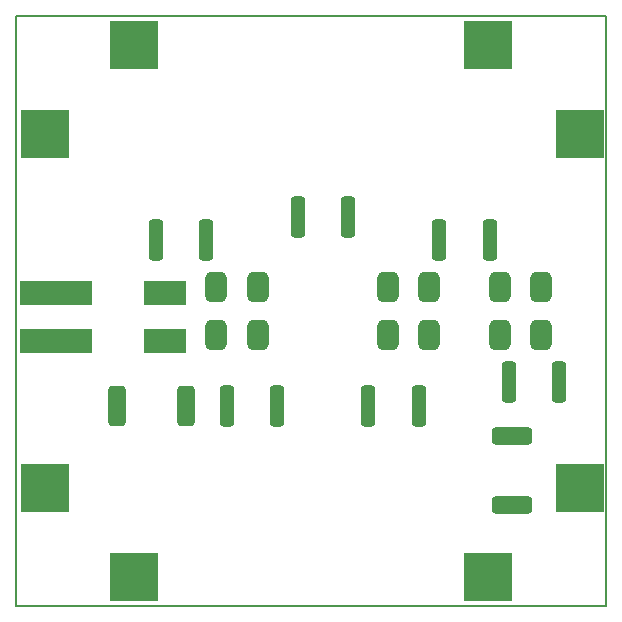
<source format=gbs>
G04 #@! TF.GenerationSoftware,KiCad,Pcbnew,6.0.0-d3dd2cf0fa~116~ubuntu20.04.1*
G04 #@! TF.CreationDate,2022-01-09T22:46:25+01:00*
G04 #@! TF.ProjectId,Statikplatte,53746174-696b-4706-9c61-7474652e6b69,rev?*
G04 #@! TF.SameCoordinates,Original*
G04 #@! TF.FileFunction,Soldermask,Bot*
G04 #@! TF.FilePolarity,Negative*
%FSLAX46Y46*%
G04 Gerber Fmt 4.6, Leading zero omitted, Abs format (unit mm)*
G04 Created by KiCad (PCBNEW 6.0.0-d3dd2cf0fa~116~ubuntu20.04.1) date 2022-01-09 22:46:25*
%MOMM*%
%LPD*%
G01*
G04 APERTURE LIST*
G04 Aperture macros list*
%AMRoundRect*
0 Rectangle with rounded corners*
0 $1 Rounding radius*
0 $2 $3 $4 $5 $6 $7 $8 $9 X,Y pos of 4 corners*
0 Add a 4 corners polygon primitive as box body*
4,1,4,$2,$3,$4,$5,$6,$7,$8,$9,$2,$3,0*
0 Add four circle primitives for the rounded corners*
1,1,$1+$1,$2,$3*
1,1,$1+$1,$4,$5*
1,1,$1+$1,$6,$7*
1,1,$1+$1,$8,$9*
0 Add four rect primitives between the rounded corners*
20,1,$1+$1,$2,$3,$4,$5,0*
20,1,$1+$1,$4,$5,$6,$7,0*
20,1,$1+$1,$6,$7,$8,$9,0*
20,1,$1+$1,$8,$9,$2,$3,0*%
G04 Aperture macros list end*
G04 #@! TA.AperFunction,Profile*
%ADD10C,0.150000*%
G04 #@! TD*
%ADD11RoundRect,0.051000X-2.000000X2.000000X-2.000000X-2.000000X2.000000X-2.000000X2.000000X2.000000X0*%
%ADD12RoundRect,0.051000X2.000000X2.000000X-2.000000X2.000000X-2.000000X-2.000000X2.000000X-2.000000X0*%
%ADD13RoundRect,0.301000X1.425000X-0.425000X1.425000X0.425000X-1.425000X0.425000X-1.425000X-0.425000X0*%
%ADD14RoundRect,0.301000X-0.425000X-1.425000X0.425000X-1.425000X0.425000X1.425000X-0.425000X1.425000X0*%
%ADD15RoundRect,0.051000X-1.750000X-1.000000X1.750000X-1.000000X1.750000X1.000000X-1.750000X1.000000X0*%
%ADD16RoundRect,0.051000X-3.000000X-1.000000X3.000000X-1.000000X3.000000X1.000000X-3.000000X1.000000X0*%
%ADD17RoundRect,0.301000X0.312500X1.450000X-0.312500X1.450000X-0.312500X-1.450000X0.312500X-1.450000X0*%
%ADD18RoundRect,0.476000X0.425000X-0.825000X0.425000X0.825000X-0.425000X0.825000X-0.425000X-0.825000X0*%
%ADD19RoundRect,0.476000X-0.425000X0.825000X-0.425000X-0.825000X0.425000X-0.825000X0.425000X0.825000X0*%
G04 APERTURE END LIST*
D10*
X125000000Y-75000000D02*
X175000000Y-75000000D01*
X175000000Y-75000000D02*
X175000000Y-125000000D01*
X125000000Y-125000000D02*
X175000000Y-125000000D01*
X125000000Y-75000000D02*
X125000000Y-125000000D01*
X125000000Y-75000000D02*
X175000000Y-75000000D01*
X175000000Y-75000000D02*
X175000000Y-125000000D01*
X125000000Y-125000000D02*
X175000000Y-125000000D01*
X125000000Y-75000000D02*
X125000000Y-125000000D01*
D11*
X135000000Y-122500000D03*
X165000000Y-122500000D03*
D12*
X127500000Y-85000000D03*
D11*
X135000000Y-77500000D03*
X165000000Y-77500000D03*
D12*
X172750000Y-115000000D03*
X127500000Y-115000000D03*
X172750000Y-85000000D03*
D13*
X167000000Y-110600000D03*
X167000000Y-116400000D03*
D14*
X139400000Y-108000000D03*
X133600000Y-108000000D03*
D15*
X137625000Y-98500000D03*
X137625000Y-102500000D03*
D16*
X128375000Y-98500000D03*
X128375000Y-102500000D03*
D17*
X142862500Y-108000000D03*
X147137500Y-108000000D03*
X148862500Y-92000000D03*
X153137500Y-92000000D03*
X154862500Y-108000000D03*
X159137500Y-108000000D03*
X160862500Y-94000000D03*
X165137500Y-94000000D03*
X166725000Y-106000000D03*
X171000000Y-106000000D03*
D18*
X145500000Y-98000000D03*
X145500000Y-102000000D03*
D19*
X156500000Y-102000000D03*
X156500000Y-98000000D03*
D18*
X160000000Y-98000000D03*
X160000000Y-102000000D03*
D19*
X166000000Y-102000000D03*
X166000000Y-98000000D03*
D18*
X169500000Y-98000000D03*
X169500000Y-102000000D03*
D17*
X136862500Y-94000000D03*
X141137500Y-94000000D03*
D19*
X142000000Y-102000000D03*
X142000000Y-98000000D03*
M02*

</source>
